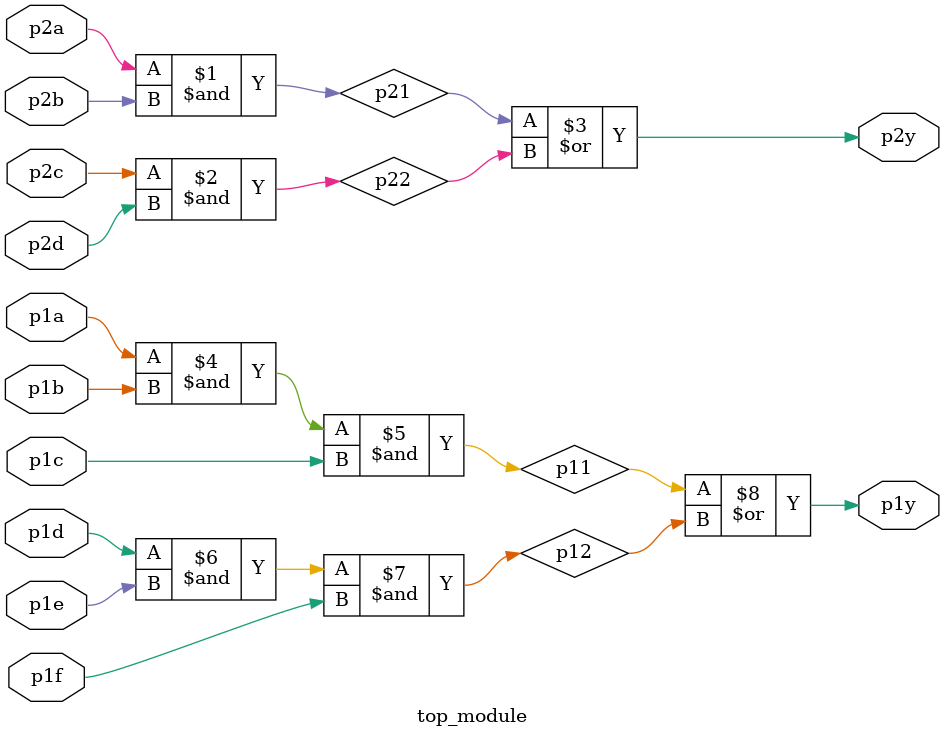
<source format=v>
module top_module ( 
    input p1a, p1b, p1c, p1d, p1e, p1f,
    output p1y,
    input p2a, p2b, p2c, p2d,
    output p2y );

    wire p21, p22, p11, p12;
    assign p21 = p2a & p2b;
    assign p22 = p2c & p2d;
    assign p2y = p21 | p22;
    
    assign p11 = p1a & p1b & p1c;
    assign p12 = p1d & p1e & p1f;
    assign p1y = p11 | p12;

endmodule


</source>
